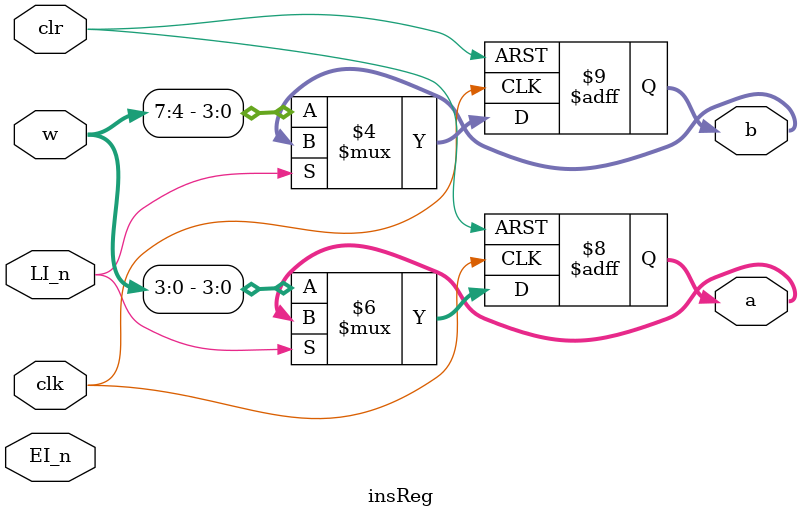
<source format=v>
module insReg( clk, LI_n, EI_n,clr,w,a ,b);
	input clk;
	input LI_n;
	input EI_n;
	input clr;
	input [7:0] w;
	output reg [3:0] a;
	output reg [3:0] b;

	

	always@(posedge clk or negedge clr)
		begin
			if (!clr)
				begin
					a<=4'b0;
					b<=4'b0;
				end
			else if(!LI_n)
				begin
					a <= w[3:0];
					b <= w[7:4];
				end
		end

endmodule
</source>
